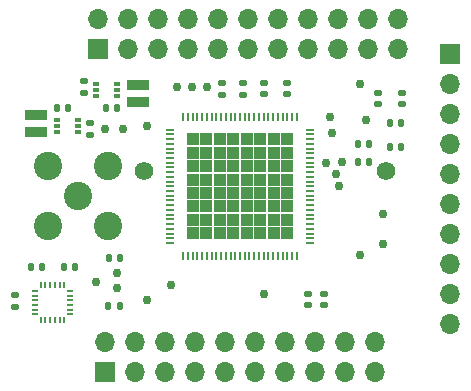
<source format=gbr>
%TF.GenerationSoftware,KiCad,Pcbnew,8.0.4*%
%TF.CreationDate,2024-07-31T15:52:53-07:00*%
%TF.ProjectId,scum3c-devboard,7363756d-3363-42d6-9465-76626f617264,rev?*%
%TF.SameCoordinates,Original*%
%TF.FileFunction,Soldermask,Top*%
%TF.FilePolarity,Negative*%
%FSLAX46Y46*%
G04 Gerber Fmt 4.6, Leading zero omitted, Abs format (unit mm)*
G04 Created by KiCad (PCBNEW 8.0.4) date 2024-07-31 15:52:53*
%MOMM*%
%LPD*%
G01*
G04 APERTURE LIST*
G04 Aperture macros list*
%AMRoundRect*
0 Rectangle with rounded corners*
0 $1 Rounding radius*
0 $2 $3 $4 $5 $6 $7 $8 $9 X,Y pos of 4 corners*
0 Add a 4 corners polygon primitive as box body*
4,1,4,$2,$3,$4,$5,$6,$7,$8,$9,$2,$3,0*
0 Add four circle primitives for the rounded corners*
1,1,$1+$1,$2,$3*
1,1,$1+$1,$4,$5*
1,1,$1+$1,$6,$7*
1,1,$1+$1,$8,$9*
0 Add four rect primitives between the rounded corners*
20,1,$1+$1,$2,$3,$4,$5,0*
20,1,$1+$1,$4,$5,$6,$7,0*
20,1,$1+$1,$6,$7,$8,$9,0*
20,1,$1+$1,$8,$9,$2,$3,0*%
G04 Aperture macros list end*
%ADD10O,0.800000X0.200000*%
%ADD11O,0.200000X0.800000*%
%ADD12C,0.568750*%
%ADD13R,1.137500X1.137500*%
%ADD14R,1.700000X1.700000*%
%ADD15O,1.700000X1.700000*%
%ADD16RoundRect,0.147500X0.147500X0.172500X-0.147500X0.172500X-0.147500X-0.172500X0.147500X-0.172500X0*%
%ADD17RoundRect,0.147500X-0.172500X0.147500X-0.172500X-0.147500X0.172500X-0.147500X0.172500X0.147500X0*%
%ADD18RoundRect,0.147500X0.172500X-0.147500X0.172500X0.147500X-0.172500X0.147500X-0.172500X-0.147500X0*%
%ADD19RoundRect,0.147500X-0.147500X-0.172500X0.147500X-0.172500X0.147500X0.172500X-0.147500X0.172500X0*%
%ADD20C,0.762000*%
%ADD21RoundRect,0.050000X0.225000X0.050000X-0.225000X0.050000X-0.225000X-0.050000X0.225000X-0.050000X0*%
%ADD22RoundRect,0.050000X-0.050000X0.225000X-0.050000X-0.225000X0.050000X-0.225000X0.050000X0.225000X0*%
%ADD23C,2.400000*%
%ADD24R,1.900000X0.850000*%
%ADD25R,0.500000X0.300000*%
%ADD26C,1.574800*%
G04 APERTURE END LIST*
D10*
%TO.C,U1*%
X90620000Y-63838000D03*
X90620000Y-64238000D03*
X90620000Y-64638000D03*
X90620000Y-65038000D03*
X90620000Y-65438000D03*
X90620000Y-65838000D03*
X90620000Y-66238000D03*
X90620000Y-66638000D03*
X90620000Y-67038000D03*
X90620000Y-67438000D03*
X90620000Y-67838000D03*
X90620000Y-68238000D03*
X90620000Y-68638000D03*
X90620000Y-69038000D03*
X90620000Y-69438000D03*
X90620000Y-69838000D03*
X90620000Y-70238000D03*
X90620000Y-70638000D03*
X90620000Y-71038000D03*
X90620000Y-71438000D03*
X90620000Y-71838000D03*
X90620000Y-72238000D03*
X90620000Y-72638000D03*
X90620000Y-73038000D03*
X90620000Y-73438000D03*
D11*
X91720000Y-74538000D03*
X92120000Y-74538000D03*
X92520000Y-74538000D03*
X92920000Y-74538000D03*
X93320000Y-74538000D03*
X93720000Y-74538000D03*
X94120000Y-74538000D03*
X94520000Y-74538000D03*
X94920000Y-74538000D03*
X95320000Y-74538000D03*
X95720000Y-74538000D03*
X96120000Y-74538000D03*
X96520000Y-74538000D03*
X96920000Y-74538000D03*
X97320000Y-74538000D03*
X97720000Y-74538000D03*
X98120000Y-74538000D03*
X98520000Y-74538000D03*
X98920000Y-74538000D03*
X99320000Y-74538000D03*
X99720000Y-74538000D03*
X100120000Y-74538000D03*
X100520000Y-74538000D03*
X100920000Y-74538000D03*
X101320000Y-74538000D03*
D10*
X102420000Y-73438000D03*
X102420000Y-73038000D03*
X102420000Y-72638000D03*
X102420000Y-72238000D03*
X102420000Y-71838000D03*
X102420000Y-71438000D03*
X102420000Y-71038000D03*
X102420000Y-70638000D03*
X102420000Y-70238000D03*
X102420000Y-69838000D03*
X102420000Y-69438000D03*
X102420000Y-69038000D03*
X102420000Y-68638000D03*
X102420000Y-68238000D03*
X102420000Y-67838000D03*
X102420000Y-67438000D03*
X102420000Y-67038000D03*
X102420000Y-66638000D03*
X102420000Y-66238000D03*
X102420000Y-65838000D03*
X102420000Y-65438000D03*
X102420000Y-65038000D03*
X102420000Y-64638000D03*
X102420000Y-64238000D03*
X102420000Y-63838000D03*
D11*
X101320000Y-62738000D03*
X100920000Y-62738000D03*
X100520000Y-62738000D03*
X100120000Y-62738000D03*
X99720000Y-62738000D03*
X99320000Y-62738000D03*
X98920000Y-62738000D03*
X98520000Y-62738000D03*
X98120000Y-62738000D03*
X97720000Y-62738000D03*
X97320000Y-62738000D03*
X96920000Y-62738000D03*
X96520000Y-62738000D03*
X96120000Y-62738000D03*
X95720000Y-62738000D03*
X95320000Y-62738000D03*
X94920000Y-62738000D03*
X94520000Y-62738000D03*
X94120000Y-62738000D03*
X93720000Y-62738000D03*
X93320000Y-62738000D03*
X92920000Y-62738000D03*
X92520000Y-62738000D03*
X92120000Y-62738000D03*
X91720000Y-62738000D03*
D12*
X92538750Y-64656750D03*
D13*
X92538750Y-64656750D03*
D12*
X92538750Y-65794250D03*
D13*
X92538750Y-65794250D03*
D12*
X92538750Y-66931750D03*
D13*
X92538750Y-66931750D03*
D12*
X92538750Y-68069250D03*
D13*
X92538750Y-68069250D03*
D12*
X92538750Y-69206750D03*
D13*
X92538750Y-69206750D03*
D12*
X92538750Y-70344250D03*
D13*
X92538750Y-70344250D03*
D12*
X92538750Y-71481750D03*
D13*
X92538750Y-71481750D03*
D12*
X92538750Y-72619250D03*
D13*
X92538750Y-72619250D03*
D12*
X93676250Y-64656750D03*
D13*
X93676250Y-64656750D03*
D12*
X93676250Y-65794250D03*
D13*
X93676250Y-65794250D03*
D12*
X93676250Y-66931750D03*
D13*
X93676250Y-66931750D03*
D12*
X93676250Y-68069250D03*
D13*
X93676250Y-68069250D03*
D12*
X93676250Y-69206750D03*
D13*
X93676250Y-69206750D03*
D12*
X93676250Y-70344250D03*
D13*
X93676250Y-70344250D03*
D12*
X93676250Y-71481750D03*
D13*
X93676250Y-71481750D03*
D12*
X93676250Y-72619250D03*
D13*
X93676250Y-72619250D03*
D12*
X94813750Y-64656750D03*
D13*
X94813750Y-64656750D03*
D12*
X94813750Y-65794250D03*
D13*
X94813750Y-65794250D03*
D12*
X94813750Y-66931750D03*
D13*
X94813750Y-66931750D03*
D12*
X94813750Y-68069250D03*
D13*
X94813750Y-68069250D03*
D12*
X94813750Y-69206750D03*
D13*
X94813750Y-69206750D03*
D12*
X94813750Y-70344250D03*
D13*
X94813750Y-70344250D03*
D12*
X94813750Y-71481750D03*
D13*
X94813750Y-71481750D03*
D12*
X94813750Y-72619250D03*
D13*
X94813750Y-72619250D03*
D12*
X95951250Y-64656750D03*
D13*
X95951250Y-64656750D03*
D12*
X95951250Y-65794250D03*
D13*
X95951250Y-65794250D03*
D12*
X95951250Y-66931750D03*
D13*
X95951250Y-66931750D03*
D12*
X95951250Y-68069250D03*
D13*
X95951250Y-68069250D03*
D12*
X95951250Y-69206750D03*
D13*
X95951250Y-69206750D03*
D12*
X95951250Y-70344250D03*
D13*
X95951250Y-70344250D03*
D12*
X95951250Y-71481750D03*
D13*
X95951250Y-71481750D03*
D12*
X95951250Y-72619250D03*
D13*
X95951250Y-72619250D03*
D12*
X97088750Y-64656750D03*
D13*
X97088750Y-64656750D03*
D12*
X97088750Y-65794250D03*
D13*
X97088750Y-65794250D03*
D12*
X97088750Y-66931750D03*
D13*
X97088750Y-66931750D03*
D12*
X97088750Y-68069250D03*
D13*
X97088750Y-68069250D03*
D12*
X97088750Y-69206750D03*
D13*
X97088750Y-69206750D03*
D12*
X97088750Y-70344250D03*
D13*
X97088750Y-70344250D03*
D12*
X97088750Y-71481750D03*
D13*
X97088750Y-71481750D03*
D12*
X97088750Y-72619250D03*
D13*
X97088750Y-72619250D03*
D12*
X98226250Y-64656750D03*
D13*
X98226250Y-64656750D03*
D12*
X98226250Y-65794250D03*
D13*
X98226250Y-65794250D03*
D12*
X98226250Y-66931750D03*
D13*
X98226250Y-66931750D03*
D12*
X98226250Y-68069250D03*
D13*
X98226250Y-68069250D03*
D12*
X98226250Y-69206750D03*
D13*
X98226250Y-69206750D03*
D12*
X98226250Y-70344250D03*
D13*
X98226250Y-70344250D03*
D12*
X98226250Y-71481750D03*
D13*
X98226250Y-71481750D03*
D12*
X98226250Y-72619250D03*
D13*
X98226250Y-72619250D03*
D12*
X99363750Y-64656750D03*
D13*
X99363750Y-64656750D03*
D12*
X99363750Y-65794250D03*
D13*
X99363750Y-65794250D03*
D12*
X99363750Y-66931750D03*
D13*
X99363750Y-66931750D03*
D12*
X99363750Y-68069250D03*
D13*
X99363750Y-68069250D03*
D12*
X99363750Y-69206750D03*
D13*
X99363750Y-69206750D03*
D12*
X99363750Y-70344250D03*
D13*
X99363750Y-70344250D03*
D12*
X99363750Y-71481750D03*
D13*
X99363750Y-71481750D03*
D12*
X99363750Y-72619250D03*
D13*
X99363750Y-72619250D03*
D12*
X100501250Y-64656750D03*
D13*
X100501250Y-64656750D03*
D12*
X100501250Y-65794250D03*
D13*
X100501250Y-65794250D03*
D12*
X100501250Y-66931750D03*
D13*
X100501250Y-66931750D03*
D12*
X100501250Y-68069250D03*
D13*
X100501250Y-68069250D03*
D12*
X100501250Y-69206750D03*
D13*
X100501250Y-69206750D03*
D12*
X100501250Y-70344250D03*
D13*
X100501250Y-70344250D03*
D12*
X100501250Y-71481750D03*
D13*
X100501250Y-71481750D03*
D12*
X100501250Y-72619250D03*
D13*
X100501250Y-72619250D03*
%TD*%
D14*
%TO.C,J2*%
X85090000Y-84328000D03*
D15*
X85090000Y-81788000D03*
X87630000Y-84328000D03*
X87630000Y-81788000D03*
X90170000Y-84328000D03*
X90170000Y-81788000D03*
X92710000Y-84328000D03*
X92710000Y-81788000D03*
X95250000Y-84328000D03*
X95250000Y-81788000D03*
X97790000Y-84328000D03*
X97790000Y-81788000D03*
X100330000Y-84328000D03*
X100330000Y-81788000D03*
X102870000Y-84328000D03*
X102870000Y-81788000D03*
X105410000Y-84328000D03*
X105410000Y-81788000D03*
X107950000Y-84328000D03*
X107950000Y-81788000D03*
%TD*%
D16*
%TO.C,C5*%
X86360000Y-74676000D03*
X85390000Y-74676000D03*
%TD*%
D17*
%TO.C,C8*%
X102235000Y-77724000D03*
X102235000Y-78694000D03*
%TD*%
D16*
%TO.C,C11*%
X107442000Y-66548000D03*
X106472000Y-66548000D03*
%TD*%
D18*
%TO.C,C12*%
X98552000Y-60833000D03*
X98552000Y-59863000D03*
%TD*%
%TO.C,C13*%
X100457000Y-60833000D03*
X100457000Y-59863000D03*
%TD*%
D19*
%TO.C,R1*%
X106472000Y-65024000D03*
X107442000Y-65024000D03*
%TD*%
D20*
%TO.C,GND1*%
X98552000Y-77724000D03*
%TD*%
%TO.C,GND6*%
X106680000Y-59944000D03*
%TD*%
%TO.C,J5*%
X104267000Y-64135000D03*
%TD*%
%TO.C,J6*%
X88646000Y-63500000D03*
%TD*%
%TO.C,J7*%
X86614000Y-63754000D03*
%TD*%
%TO.C,J9*%
X104902000Y-68580000D03*
%TD*%
%TO.C,J10*%
X104648000Y-67564000D03*
%TD*%
%TO.C,J11*%
X86106000Y-75946000D03*
%TD*%
%TO.C,J12*%
X86106000Y-77216000D03*
%TD*%
%TO.C,J15*%
X103759000Y-66675000D03*
%TD*%
%TO.C,J16*%
X105156000Y-66548000D03*
%TD*%
%TO.C,J17*%
X108585000Y-73533000D03*
%TD*%
%TO.C,J13*%
X88646000Y-78232000D03*
%TD*%
%TO.C,J18*%
X92456000Y-60198000D03*
%TD*%
%TO.C,J20*%
X104140000Y-62738000D03*
%TD*%
%TO.C,J21*%
X108585000Y-70993000D03*
%TD*%
%TO.C,GND5*%
X106680000Y-74422000D03*
%TD*%
D19*
%TO.C,C1*%
X81580000Y-75438000D03*
X82550000Y-75438000D03*
%TD*%
D21*
%TO.C,U9AB1*%
X82145000Y-79486000D03*
X82145000Y-79086000D03*
X82145000Y-78686000D03*
X82145000Y-78286000D03*
X82145000Y-77886000D03*
X82145000Y-77486000D03*
D22*
X81645000Y-76986000D03*
X81245000Y-76986000D03*
X80845000Y-76986000D03*
X80445000Y-76986000D03*
X80045000Y-76986000D03*
X79645000Y-76986000D03*
D21*
X79145000Y-77486000D03*
X79145000Y-77886000D03*
X79145000Y-78286000D03*
X79145000Y-78686000D03*
X79145000Y-79086000D03*
X79145000Y-79486000D03*
D22*
X79645000Y-79986000D03*
X80045000Y-79986000D03*
X80445000Y-79986000D03*
X80845000Y-79986000D03*
X81245000Y-79986000D03*
X81645000Y-79986000D03*
%TD*%
D16*
%TO.C,C3*%
X79756000Y-75438000D03*
X78786000Y-75438000D03*
%TD*%
D17*
%TO.C,C2*%
X77470000Y-77851000D03*
X77470000Y-78821000D03*
%TD*%
D16*
%TO.C,R2*%
X110190000Y-63246000D03*
X109220000Y-63246000D03*
%TD*%
D19*
%TO.C,R3*%
X109220000Y-65278000D03*
X110190000Y-65278000D03*
%TD*%
D20*
%TO.C,GND4*%
X107188000Y-62992000D03*
%TD*%
D17*
%TO.C,C7*%
X108204000Y-60706000D03*
X108204000Y-61676000D03*
%TD*%
D20*
%TO.C,J19*%
X93726000Y-60198000D03*
%TD*%
D17*
%TO.C,C6*%
X110236000Y-60706000D03*
X110236000Y-61676000D03*
%TD*%
D20*
%TO.C,J14*%
X91186000Y-60198000D03*
%TD*%
%TO.C,GND3*%
X90678000Y-76962000D03*
%TD*%
D16*
%TO.C,C4*%
X86337000Y-78740000D03*
X85367000Y-78740000D03*
%TD*%
D14*
%TO.C,J1*%
X84455000Y-57023000D03*
D15*
X84455000Y-54483000D03*
X86995000Y-57023000D03*
X86995000Y-54483000D03*
X89535000Y-57023000D03*
X89535000Y-54483000D03*
X92075000Y-57023000D03*
X92075000Y-54483000D03*
X94615000Y-57023000D03*
X94615000Y-54483000D03*
X97155000Y-57023000D03*
X97155000Y-54483000D03*
X99695000Y-57023000D03*
X99695000Y-54483000D03*
X102235000Y-57023000D03*
X102235000Y-54483000D03*
X104775000Y-57023000D03*
X104775000Y-54483000D03*
X107315000Y-57023000D03*
X107315000Y-54483000D03*
X109855000Y-57023000D03*
X109855000Y-54483000D03*
%TD*%
D17*
%TO.C,C9*%
X103632000Y-77715000D03*
X103632000Y-78685000D03*
%TD*%
D23*
%TO.C,J4*%
X82804000Y-69469000D03*
X80264000Y-66929000D03*
X85344000Y-66929000D03*
X80264000Y-72009000D03*
X85344000Y-72009000D03*
%TD*%
D20*
%TO.C,GND2*%
X84328000Y-76708000D03*
%TD*%
D17*
%TO.C,R4*%
X96774000Y-59900000D03*
X96774000Y-60870000D03*
%TD*%
D18*
%TO.C,C10*%
X94996000Y-60870000D03*
X94996000Y-59900000D03*
%TD*%
D16*
%TO.C,C_1.8_OUT1*%
X81996000Y-61976000D03*
X81026000Y-61976000D03*
%TD*%
D24*
%TO.C,L1*%
X79248000Y-62558000D03*
X79248000Y-64008000D03*
%TD*%
D17*
%TO.C,C_1.8_IN1*%
X83820000Y-63292000D03*
X83820000Y-64262000D03*
%TD*%
D25*
%TO.C,U3*%
X86106000Y-60960000D03*
X86106000Y-60460000D03*
X86106000Y-59960000D03*
X84306000Y-59960000D03*
X84306000Y-60460000D03*
X84306000Y-60960000D03*
%TD*%
D18*
%TO.C,C_1.1_IN1*%
X83312000Y-60706000D03*
X83312000Y-59736000D03*
%TD*%
D24*
%TO.C,L2*%
X87884000Y-61468000D03*
X87884000Y-60018000D03*
%TD*%
D19*
%TO.C,C_1.1_OUT1*%
X85136000Y-61976000D03*
X86106000Y-61976000D03*
%TD*%
D25*
%TO.C,U2*%
X81004000Y-63008000D03*
X81004000Y-63508000D03*
X81004000Y-64008000D03*
X82804000Y-64008000D03*
X82804000Y-63508000D03*
X82804000Y-63008000D03*
%TD*%
D20*
%TO.C,J8*%
X85090000Y-63754000D03*
%TD*%
D14*
%TO.C,J3*%
X114300000Y-57404000D03*
D15*
X114300000Y-59944000D03*
X114300000Y-62484000D03*
X114300000Y-65024000D03*
X114300000Y-67564000D03*
X114300000Y-70104000D03*
X114300000Y-72644000D03*
X114300000Y-75184000D03*
X114300000Y-77724000D03*
X114300000Y-80264000D03*
%TD*%
D26*
%TO.C,B1*%
X88392000Y-67310000D03*
X108889800Y-67310000D03*
%TD*%
M02*

</source>
